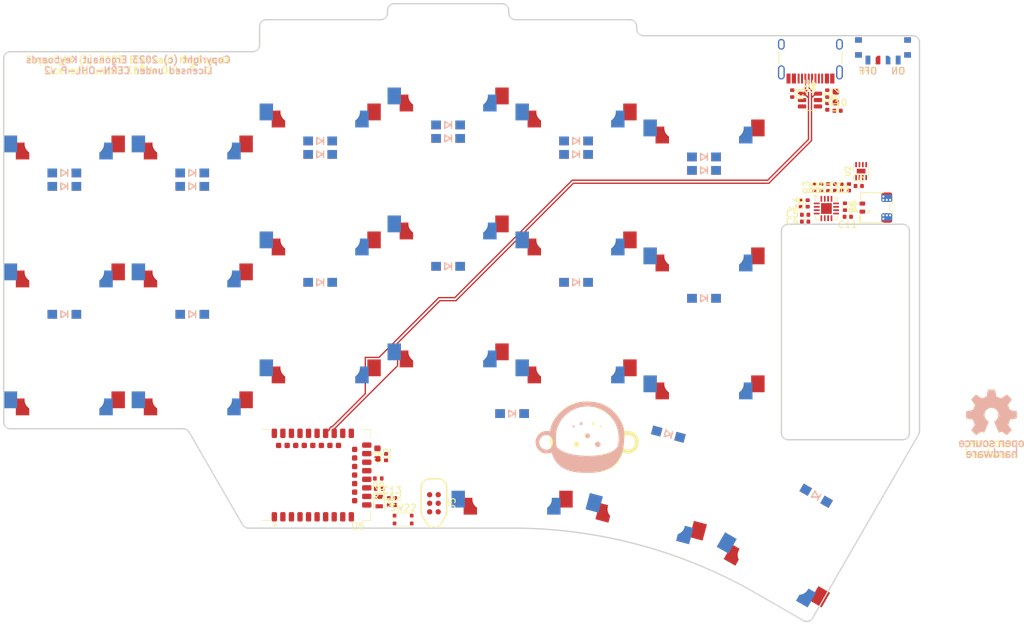
<source format=kicad_pcb>
(kicad_pcb (version 20240108) (generator "pcbnew") (generator_version "8.0")
  (layers (0 "F.Cu" signal) (31 "B.Cu" signal) (34 "B.Paste" user) (35 "F.Paste" user) (36 "B.SilkS" user "B.Silkscreen") (37 "F.SilkS" user "F.Silkscreen") (38 "B.Mask" user) (39 "F.Mask" user) (44 "Edge.Cuts" user))
  (net 0 "")
  (net 1 "R0")
  (net 2 "Net-(D1-A)")
  (net 3 "Net-(D2-A)")
  (net 4 "Net-(D3-A)")
  (net 5 "Net-(D4-A)")
  (net 6 "Net-(D5-A)")
  (net 7 "Net-(D6-A)")
  (net 8 "R1")
  (net 9 "Net-(D7-A)")
  (net 10 "Net-(D8-A)")
  (net 11 "Net-(D9-A)")
  (net 12 "Net-(D10-A)")
  (net 13 "Net-(D11-A)")
  (net 14 "Net-(D12-A)")
  (net 15 "R2")
  (net 16 "Net-(D13-A)")
  (net 17 "Net-(D14-A)")
  (net 18 "Net-(D15-A)")
  (net 19 "Net-(D16-A)")
  (net 20 "Net-(D17-A)")
  (net 21 "Net-(D18-A)")
  (net 22 "R3")
  (net 23 "Net-(D19-A)")
  (net 24 "Net-(D20-A)")
  (net 25 "Net-(D21-A)")
  (net 26 "Net-(J1-Pin_1)")
  (net 27 "B+")
  (net 29 "C0")
  (net 30 "C1")
  (net 31 "C2")
  (net 32 "C3")
  (net 33 "C4")
  (net 34 "C5")
  (net 35 "GND")
  (net 36 "+5V")
  (net 37 "+VSW")
  (net 38 "+BATT")
  (net 39 "VDD")
  (net 40 "Net-(U5-P0.00{slash}XL1)")
  (net 41 "Net-(U5-P0.01{slash}XL2)")
  (net 42 "VBUS")
  (net 43 "Net-(F1-Pad1)")
  (net 44 "D-")
  (net 47 "Net-(J3-CC1)")
  (net 48 "D+")
  (net 49 "Net-(J3-CC2)")
  (net 64 "SWDCLK")
  (net 65 "SWDIO")
  (net 67 "RST")
  (net 68 "DCCH")
  (net 70 "Net-(U3-TS)")
  (net 71 "/TMR")
  (net 72 "/ILIM")
  (net 73 "Net-(U3-ISET)")
  (net 74 "SDA")
  (net 75 "SCL")
  (net 76 "LED_B")
  (net 77 "LED_G")
  (net 78 "~{CHG}")
  (net 79 "ALERT")
  (net 88 "wk")
  (footprint "one:KS-27_KS-33_Hotswap_1U_DUAL" (layer "F.Cu") (at 192.153537 130.867912 -30)
    (property "Reference" "SW21")
    (property "Value" "SW_SPST" (hide yes))
  )
  (footprint "Package_DFN_QFN:VQFN-16-1EP_3x3mm_P0.5mm_EP1.6x1.6mm" (layer "F.Cu") (at 197.678 81.28047)
    (property "Reference" "U3")
    (property "Value" "BQ24075")
  )
  (footprint "Inductor_SMD:L_0603_1608Metric" (layer "F.Cu") (at 131.007 117.68897 -90)
    (property "Reference" "L2")
    (property "Value" "10 uH")
  )
  (footprint "Capacitor_SMD:C_0402_1005Metric" (layer "F.Cu") (at 199.976 78.14597 90)
    (property "Reference" "C2")
    (property "Value" "4u7")
  )
  (footprint "Capacitor_SMD:C_0402_1005Metric" (layer "F.Cu") (at 194.896 80.53097 90)
    (property "Reference" "C8")
    (property "Value" "1u")
  )
  (footprint "one:KS-27_KS-33_Hotswap_1U_DUAL" (layer "F.Cu") (at 122.5 81.24097)
    (property "Reference" "SW9")
    (property "Value" "SW_SPST" (hide yes))
  )
  (footprint "one:Hole_4.2mm" (layer "F.Cu") (at 94 95.49097)
    (property "Reference" "H2" (hide yes))
    (property "Value" "MountingHole" (hide yes))
  )
  (footprint "one:Hole_2.2mm" (layer "F.Cu") (at 191.5 80.11597)
    (property "Reference" "H6" (hide yes))
    (property "Value" "StandoffHole" (hide yes))
  )
  (footprint "Resistor_SMD:R_0402_1005Metric" (layer "F.Cu") (at 131.134 121.37197 180)
    (property "Reference" "R8")
    (property "Value" "10k")
  )
  (footprint "one:Hole_4.2mm" (layer "F.Cu") (at 94 76.49097)
    (property "Reference" "H1" (hide yes))
    (property "Value" "MountingHole" (hide yes))
  )
  (footprint "one:KS-27_KS-33_Hotswap_1U_DUAL" (layer "F.Cu") (at 172.135076 122.523186 -15)
    (property "Reference" "SW20")
    (property "Value" "SW_SPST" (hide yes))
  )
  (footprint "custom:DFN-8-1EP_2x2mm_P0.5mm_EP0.7x1.3mm" (layer "F.Cu") (at 202.832999 75.725472 90)
    (property "Reference" "U2")
    (property "Value" "MAX17048")
  )
  (footprint "Capacitor_SMD:C_0402_1005Metric" (layer "F.Cu") (at 133.166 124.29297)
    (property "Reference" "C13")
    (property "Value" "12p")
  )
  (footprint "Capacitor_SMD:C_0402_1005Metric" (layer "F.Cu") (at 133.166 125.30897)
    (property "Reference" "C12")
    (property "Value" "12p")
  )
  (footprint "Resistor_SMD:R_0402_1005Metric" (layer "F.Cu") (at 131.261 122.89597 180)
    (property "Reference" "R7")
    (property "Value" "10k")
  )
  (footprint "Capacitor_SMD:C_0402_1005Metric" (layer "F.Cu") (at 193.88 80.55897 90)
    (property "Reference" "C7")
    (property "Value" "4u7")
  )
  (footprint "one:KS-27_KS-33_Hotswap_1U_DUAL" (layer "F.Cu") (at 103.5 66.99097)
    (property "Reference" "SW2")
    (property "Value" "SW_SPST" (hide yes))
  )
  (footprint "one:Hole_4.2mm" (layer "F.Cu") (at 186.182152 116.463137)
    (property "Reference" "H4" (hide yes))
    (property "Value" "MountingHole" (hide yes))
  )
  (footprint "one:KS-27_KS-33_Hotswap_1U_DUAL" (layer "F.Cu") (at 84.5 85.99097)
    (property "Reference" "SW7")
    (property "Value" "SW_SPST" (hide yes))
  )
  (footprint "Resistor_SMD:R_0402_1005Metric" (layer "F.Cu") (at 200.4315 81.01447 -90)
    (property "Reference" "R5")
    (property "Value" "1k5")
  )
  (footprint "PCM_marbastlib-various:SW_T1A2QR" (layer "F.Cu") (at 134.817 127.46797)
    (property "Reference" "SW22")
    (property "Value" "RST")
  )
  (footprint "one:KS-27_KS-33_Hotswap_1U_DUAL" (layer "F.Cu") (at 160.5 62.24097)
    (property "Reference" "SW5")
    (property "Value" "SW_SPST" (hide yes))
  )
  (footprint "Inductor_SMD:L_0402_1005Metric" (layer "F.Cu") (at 197.809 66.12697 -90)
    (property "Reference" "L1")
    (property "Value" "BLM15PX121SN1D")
  )
  (footprint "one:KS-27_KS-33_Hotswap_1U_DUAL" (layer "F.Cu") (at 122.5 100.24097)
    (property "Reference" "SW15")
    (property "Value" "SW_SPST" (hide yes))
  )
  (footprint "one:KS-27_KS-33_Hotswap_1U_DUAL" (layer "F.Cu") (at 179.5 83.61597)
    (property "Reference" "SW12")
    (property "Value" "SW_SPST" (hide yes))
  )
  (footprint "PCM_marbastlib-various:SOT-23-6-routable" (layer "F.Cu") (at 195.237 65.17197)
    (property "Reference" "U4")
    (property "Value" "SRV05-4")
  )
  (footprint "one:Hole_2.2mm" (layer "F.Cu") (at 203.89201 123.788716)
    (property "Reference" "H8" (hide yes))
    (property "Value" "StandoffHole" (hide yes))
  )
  (footprint "Resistor_SMD:R_0402_1005Metric" (layer "F.Cu") (at 197.944001 78.14397 90)
    (property "Reference" "R4")
    (property "Value" "47k")
  )
  (footprint "one:KS-27_KS-33_Hotswap_1U_DUAL" (layer "F.Cu") (at 179.5 64.61597)
    (property "Reference" "SW6")
    (property "Value" "SW_SPST" (hide yes))
  )
  (footprint "one:KS-27_KS-33_Hotswap_1U_DUAL" (layer "F.Cu") (at 160.5 100.24097)
    (property "Reference" "SW17")
    (property "Value" "SW_SPST" (hide yes))
  )
  (footprint "Capacitor_SMD:C_0402_1005Metric" (layer "F.Cu") (at 132.277 118.19697 90)
    (property "Reference" "C9")
    (property "Value" "1u")
  )
  (footprint "Capacitor_SMD:C_0402_1005Metric" (layer "F.Cu") (at 194.515 83.22597)
    (property "Reference" "C4")
    (property "Value" "4u7")
  )
  (footprint "Resistor_SMD:R_0402_1005Metric" (layer "F.Cu") (at 196.928001 78.14397 90)
    (property "Reference" "R6")
    (property "Value" "2k2")
  )
  (footprint "one:KS-27_KS-33_Hotswap_1U_DUAL" (layer "F.Cu") (at 160.5 81.24097)
    (property "Reference" "SW11")
    (property "Value" "SW_SPST" (hide yes))
  )
  (footprint "PCM_marbastlib-various:CON_TC2030_outlined" (layer "F.Cu") (at 139.389 125.05497 90)
    (property "Reference" "J5")
    (property "Value" "TC2030_SWD" (hide yes))
  )
  (footprint "one:OSHW-logo" (layer "F.Cu") (at 222.193 113.24397)
    (property "Reference" "G***" (hide yes))
    (property "Value" "LOGO" (hide yes))
  )
  (footprint "one:KS-27_KS-33_Hotswap_1U_DUAL" (layer "F.Cu") (at 122.5 62.24097)
    (property "Reference" "SW3")
    (property "Value" "SW_SPST" (hide yes))
  )
  (footprint "Crystal:Crystal_SMD_2012-2Pin_2.0x1.2mm" (layer "F.Cu") (at 131.261 124.80097 -90)
    (property "Reference" "Y1")
    (property "Value" "32.768 KHz")
  )
  (footprint "one:KS-27_KS-33_Hotswap_1U_DUAL" (layer "F.Cu") (at 179.5 102.61597)
    (property "Reference" "SW18")
    (property "Value" "SW_SPST" (hide yes))
  )
  (footprint "one:KS-27_KS-33_Hotswap_1U_DUAL" (layer "F.Cu") (at 103.5 85.99097)
    (property "Reference" "SW8")
    (property "Value" "SW_SPST" (hide yes))
  )
  (footprint "one:en_logo" (layer "F.Cu") (at 162.153537 115)
    (property "Reference" "G***" (hide yes))
    (property "Value" "LOGO" (hide yes))
  )
  (footprint "one:KS-27_KS-33_Hotswap_1U_DUAL" (layer "F.Cu") (at 141.5 59.86597)
    (property "Reference" "SW4")
    (property "Value" "SW_SPST" (hide yes))
  )
  (footprint "PCM_marbastlib-various:USB_C_Receptacle_HRO_TYPE-C-31-M-12" (layer "F.Cu") (at 195.3 57.93897 180)
    (property "Reference" "J3")
    (property "Value" "TYPE-C-31-M-12")
  )
  (footprint "one:KS-27_KS-33_Hotswap_1U_DUAL" (layer "F.Cu") (at 151 119.7407)
    (property "Reference" "SW19")
    (property "Value" "SW_SPST" (hide yes))
  )
  (footprint "one:KS-27_KS-33_Hotswap_1U_DUAL" (layer "F.Cu") (at 84.5 66.99097)
    (property "Reference" "SW1")
    (property "Value" "SW_SPST" (hide yes))
  )
  (footprint "one:KS-27_KS-33_Hotswap_1U_DUAL" (layer "F.Cu") (at 141.5 97.86597)
    (property "Reference" "SW16")
    (property "Value" "SW_SPST" (hide yes))
  )
  (footprint "one:Hole_2.2mm" (layer "F.Cu") (at 209.5 80.11597)
    (property "Reference" "H7" (hide yes))
    (property "Value" "StandoffHole" (hide yes))
  )
  (footprint "Capacitor_SMD:C_0402_1005Metric" (layer "F.Cu") (at 200.857 82.50997 180)
    (property "Reference" "C11")
    (property "Value" "4u7")
  )
  (footprint "PCM_marbastlib-various:nRF52840_E73-2G4M08S1C" (layer "F.Cu") (at 120.72 120.86397 90)
    (property "Reference" "U5")
    (property "Value" "nRF52840_E73-2G4M08S1C" (hide yes))
  )
  (footprint "Resistor_SMD:R_0402_1005Metric" (layer "F.Cu") (at 197.809 64.22197 -90)
    (property "Reference" "R2")
    (property "Value" "5k1")
  )
  (footprint "Capacitor_SMD:C_0402_1005Metric" (layer "F.Cu") (at 198.96 78.145971 90)
    (property "Reference" "C1")
    (property "Value" "4u7")
  )
  (footprint "one:KS-27_KS-33_Hotswap_1U_DUAL" (layer "F.Cu") (at 103.5 104.99097)
    (property "Reference" "SW14")
    (property "Value" "SW_SPST" (hide yes))
  )
  (footprint "one:Hole_4.2mm" (layer "F.Cu") (at 170 72.92847)
    (property "Reference" "H3" (hide yes))
    (property "Value" "MountingHole" (hide yes))
  )
  (footprint "Capacitor_SMD:C_0402_1005Metric" (layer "F.Cu") (at 194.515 82.20997)
    (property "Reference" "C5")
    (property "Value" "1u")
  )
  (footprint "one:KS-27_KS-33_Hotswap_1U_DUAL" (layer "F.Cu") (at 84.5 104.99097)
    (property "Reference" "SW13")
    (property "Value" "SW_SPST" (hide yes))
  )
  (footprint "Resistor_SMD:R_0402_1005Metric" (layer "F.Cu") (at 192.602001 64.21997 -90)
    (property "Reference" "R1")
    (property "Value" "5k1")
  )
  (footprint "Fuse:Fuse_0603_1608Metric" (layer "F.Cu") (at 199.079 64.72997 90)
    (property "Reference" "F1")
    (property "Value" "500mA")
  )
  (footprint "one:KS-27_KS-33_Hotswap_1U_DUAL" (layer "F.Cu") (at 141.5 78.86597)
    (property "Reference" "SW10")
    (property "Value" "SW_SPST" (hide yes))
  )
  (footprint "Capacitor_SMD:C_0402_1005Metric" (layer "F.Cu") (at 199.333 66.76197)
    (property "Reference" "C10")
    (property "Value" "4u7")
  )
  (footprint "Capacitor_SMD:C_0402_1005Metric" (layer "F.Cu") (at 202.48 77.93797)
    (property "Reference" "C6")
    (property "Value" "100n")
  )
  (footprint "Capacitor_SMD:C_0402_1005Metric" (layer "F.Cu") (at 201.021501 78.13497 90)
    (property "Reference" "C3")
    (property "Value" "1u")
  )
  (footprint "PCM_marbastlib-various:Molex_Pico-EZmate_78171-0002_1x02-1MP_P1.20mm_Vertical" (layer "F.Cu") (at 204.890998 81.147971 90)
    (property "Reference" "J4")
    (property "Value" "78171-0002")
  )
  (footprint "Resistor_SMD:R_0402_1005Metric" (layer "F.Cu") (at 195.912 78.14597 90)
    (property "Reference" "R3")
    (property "Value" "10k")
  )
  (footprint "one:Diode_TH_SMD_DUAL" (layer "B.Cu") (at 174.205628 114.795779 165)
    (property "Reference" "D20" (hide yes))
    (property "Value" "D_Small" (hide yes))
  )
  (footprint "one:Diode_TH_SMD_DUAL" (layer "B.Cu") (at 179.5 94.61597 180)
    (property "Reference" "D18" (hide yes))
    (property "Value" "D_Small" (hide yes))
  )
  (footprint "one:Diode_TH_SMD_DUAL" (layer "B.Cu") (at 196.153537 123.939709 150)
    (property "Reference" "D21" (hide yes))
    (property "Value" "D_Small" (hide yes))
  )
  (footprint "one:Diode_TH_SMD_DUAL" (layer "B.Cu") (at 151 111.7407 180)
    (property "Reference" "D19" (hide yes))
    (property "Value" "D_Small" (hide yes))
  )
  (footprint "one:Diode_TH_SMD_DUAL" (layer "B.Cu") (at 103.5 75.99097 180)
    (property "Reference" "D2" (hide yes))
    (property "Value" "D_Small" (hide yes))
  )
  (footprint "one:Diode_TH_SMD_DUAL" (layer "B.Cu") (at 103.5 77.99097 180)
    (property "Reference" "D8" (hide yes))
    (property "Value" "D_Small" (hide yes))
  )
  (footprint "one:Diode_TH_SMD_DUAL" (layer "B.Cu") (at 160.5 92.24097 180)
    (property "Reference" "D17" (hide yes))
    (property "Value" "D_Small" (hide yes))
  )
  (footprint "one:Diode_TH_SMD_DUAL" (layer "B.Cu") (at 179.5 73.61597 180)
    (property "Reference" "D6" (hide yes))
    (property "Value" "D_Small" (hide yes))
  )
  (footprint "one:Diode_TH_SMD_DUAL" (layer "B.Cu") (at 84.5 77.99097 180)
    (property "Reference" "D7" (hide yes))
    (property "Value" "D_Small" (hide yes))
  )
  (footprint "one:Diode_TH_SMD_DUAL" (layer "B.Cu") (at 179.5 75.61597 180)
    (property "Reference" "D12" (hide yes))
    (property "Value" "D_Small" (hide yes))
  )
  (footprint "one:Diode_TH_SMD_DUAL" (layer "B.Cu") (at 141.5 68.86597 180)
    (property "Reference" "D4" (hide yes))
    (property "Value" "D_Small" (hide yes))
  )
  (footprint "one:Diode_TH_SMD_DUAL" (layer "B.Cu") (at 141.5 70.86597 180)
    (property "Reference" "D10" (hide yes))
    (property "Value" "D_Small" (hide yes))
  )
  (footprint "one:Diode_TH_SMD_DUAL" (layer "B.Cu") (at 160.5 71.24097 180)
    (property "Reference" "D5" (hide yes))
    (property "Value" "D_Small" (hide yes))
  )
  (footprint "one:Diode_TH_SMD_DUAL" (layer "B.Cu") (at 122.5 71.24097 180)
    (property "Reference" "D3" (hide yes))
    (property "Value" "D_Small" (hide yes))
  )
  (footprint "one:Diode_TH_SMD_DUAL" (layer "B.Cu") (at 141.5 89.86597 180)
    (property "Reference" "D16" (hide yes))
    (property "Value" "D_Small" (hide yes))
  )
  (footprint "one:Diode_TH_SMD_DUAL" (layer "B.Cu") (at 84.5 96.99097 180)
    (property "Reference" "D13" (hide yes))
    (property "Value" "D_Small" (hide yes))
  )
  (footprint "one:OSHW-logo" (layer "B.Cu") (at 222.193 113.24397 180)
    (property "Reference" "G***" (hide yes))
    (property "Value" "LOGO" (hide yes))
  )
  (footprint "one:Diode_TH_SMD_DUAL" (layer "B.Cu") (at 160.5 73.24097 180)
    (property "Reference" "D11" (hide yes))
    (property "Value" "D_Small" (hide yes))
  )
  (footprint "one:MSK-12C02_DUAL" (layer "B.Cu") (at 206.088 56.09397 180)
    (property "Reference" "PWR1" (hide yes))
    (property "Value" "SW_SPDT" (hide yes))
  )
  (footprint "one:Diode_TH_SMD_DUAL" (layer "B.Cu") (at 122.5 73.24097 180)
    (property "Reference" "D9" (hide yes))
    (property "Value" "D_Small" (hide yes))
  )
  (footprint "one:Diode_TH_SMD_DUAL" (layer "B.Cu") (at 84.5 75.99097 180)
    (property "Reference" "D1" (hide yes))
    (property "Value" "D_Small" (hide yes))
  )
  (footprint "one:Diode_TH_SMD_DUAL" (layer "B.Cu") (at 122.5 92.24097 180)
    (property "Reference" "D15" (hide yes))
    (property "Value" "D_Small" (hide yes))
  )
  (footprint "one:Diode_TH_SMD_DUAL" (layer "B.Cu") (at 103.5 96.99097 180)
    (property "Reference" "D14" (hide yes))
    (property "Value" "D_Small" (hide yes))
  )
  (gr_arc (start 113.5 54.240978) (mid 113.79289 53.533866) (end 114.5 53.240978) (stroke (width 0.2)) (layer "Edge.Cuts"))
  (gr_arc (start 191 84.61597) (mid 191.292893 83.908864) (end 192 83.61597) (stroke (width 0.2)) (layer "Edge.Cuts"))
  (gr_arc (start 210.5 55.615978) (mid 211.207104 55.908872) (end 211.5 56.615978) (stroke (width 0.2)) (layer "Edge.Cuts"))
  (gr_arc (start 102.168769 113.990978) (mid 102.668772 114.124946) (end 103.034795 114.490978) (stroke (width 0.2)) (layer "Edge.Cuts"))
  (gr_line (start 102.168769 113.990978) (end 76.5 113.990978) (stroke (width 0.2)) (layer "Edge.Cuts"))
  (gr_arc (start 151 128.740708) (mid 169.805705 131.216526) (end 187.329832 138.475257) (stroke (width 0.2)) (layer "Edge.Cuts"))
  (gr_line (start 210 84.61597) (end 210 114.61597) (stroke (width 0.2)) (layer "Edge.Cuts"))
  (gr_line (start 192 83.61597) (end 209 83.615972) (stroke (width 0.2)) (layer "Edge.Cuts"))
  (gr_arc (start 132.5 51.865978) (mid 132.79289 51.158866) (end 133.5 50.865978) (stroke (width 0.2)) (layer "Edge.Cuts"))
  (gr_line (start 211.5 56.615978) (end 211.5 114.343349) (stroke (width 0.2)) (layer "Edge.Cuts"))
  (gr_line (start 151.5 53.240978) (end 168.5 53.240978) (stroke (width 0.2)) (layer "Edge.Cuts"))
  (gr_arc (start 195.624061 142.109232) (mid 195.016852 142.575199) (end 194.258035 142.475257) (stroke (width 0.2)) (layer "Edge.Cuts"))
  (gr_arc (start 192 115.615968) (mid 191.292894 115.323074) (end 191 114.615968) (stroke (width 0.2)) (layer "Edge.Cuts"))
  (gr_line (start 110.973205 128.240708) (end 103.034795 114.490978) (stroke (width 0.2)) (layer "Edge.Cuts"))
  (gr_line (start 194.258035 142.475257) (end 187.329832 138.475257) (stroke (width 0.2)) (layer "Edge.Cuts"))
  (gr_line (start 114.5 53.240978) (end 131.5 53.240978) (stroke (width 0.2)) (layer "Edge.Cuts"))
  (gr_line (start 170.5 55.615978) (end 210.5 55.615978) (stroke (width 0.2)) (layer "Edge.Cuts"))
  (gr_arc (start 170.5 55.615978) (mid 169.79289 55.323085) (end 169.5 54.615978) (stroke (width 0.2)) (layer "Edge.Cuts"))
  (gr_arc (start 75.5 58.990978) (mid 75.79289 58.283866) (end 76.5 57.990978) (stroke (width 0.2)) (layer "Edge.Cuts"))
  (gr_arc (start 209 83.615972) (mid 209.707106 83.908866) (end 210 84.615972) (stroke (width 0.2)) (layer "Edge.Cuts"))
  (gr_line (start 169.5 54.240978) (end 169.5 54.615978) (stroke (width 0.2)) (layer "Edge.Cuts"))
  (gr_line (start 211.366025 114.843349) (end 195.624061 142.109232) (stroke (width 0.2)) (layer "Edge.Cuts"))
  (gr_line (start 132.5 52.240978) (end 132.5 51.865978) (stroke (width 0.2)) (layer "Edge.Cuts"))
  (gr_arc (start 151.5 53.240978) (mid 150.79289 52.948085) (end 150.5 52.240978) (stroke (width 0.2)) (layer "Edge.Cuts"))
  (gr_line (start 191 114.615968) (end 191 84.61597) (stroke (width 0.2)) (layer "Edge.Cuts"))
  (gr_line (start 75.5 112.990978) (end 75.5 58.990978) (stroke (width 0.2)) (layer "Edge.Cuts"))
  (gr_arc (start 111.83923 128.740708) (mid 111.339233 128.606735) (end 110.973205 128.240708) (stroke (width 0.2)) (layer "Edge.Cuts"))
  (gr_line (start 133.5 50.865978) (end 149.5 50.865978) (stroke (width 0.2)) (layer "Edge.Cuts"))
  (gr_line (start 209 115.61597) (end 192 115.615968) (stroke (width 0.2)) (layer "Edge.Cuts"))
  (gr_arc (start 113.5 56.990978) (mid 113.207104 57.69808) (end 112.5 57.990978) (stroke (width 0.2)) (layer "Edge.Cuts"))
  (gr_arc (start 168.5 53.240978) (mid 169.207104 53.533872) (end 169.5 54.240978) (stroke (width 0.2)) (layer "Edge.Cuts"))
  (gr_arc (start 149.5 50.865978) (mid 150.207104 51.158872) (end 150.5 51.865978) (stroke (width 0.2)) (layer "Edge.Cuts"))
  (gr_arc (start 76.5 113.990978) (mid 75.792894 113.698085) (end 75.5 112.990978) (stroke (width 0.2)) (layer "Edge.Cuts"))
  (gr_line (start 76.5 57.990978) (end 112.5 57.990978) (stroke (width 0.2)) (layer "Edge.Cuts"))
  (gr_line (start 151 128.740708) (end 111.83923 128.740708) (stroke (width 0.2)) (layer "Edge.Cuts"))
  (gr_arc (start 132.5 52.240978) (mid 132.207104 52.94808) (end 131.5 53.240978) (stroke (width 0.2)) (layer "Edge.Cuts"))
  (gr_line (start 150.5 51.865978) (end 150.5 52.240978) (stroke (width 0.2)) (layer "Edge.Cuts"))
  (gr_line (start 113.5 56.990978) (end 113.5 54.240978) (stroke (width 0.2)) (layer "Edge.Cuts"))
  (gr_arc (start 211.5 114.343349) (mid 211.465931 114.60217) (end 211.366025 114.843349) (stroke (width 0.2)) (layer "Edge.Cuts"))
  (gr_arc (start 209.999998 114.61597) (mid 209.707104 115.323076) (end 208.999998 115.61597) (stroke (width 0.2)) (layer "Edge.Cuts"))
  (gr_text "Copyright (c) 2023 Ergonaut Keyboards\nLicensed under CERN-OHL-P v2" (at 94 59.99097 0) (layer "B.SilkS") (effects (font (size 1 1) (thickness 0.2) (bold yes)) (justify mirror)))
  (gr_text "Copyright (c) 2023 Ergonaut Keyboards\nLicensed under CERN-OHL-P v2" (at 94 59.99097 0) (layer "F.SilkS") (effects (font (size 1 1) (thickness 0.2) (bold yes))))
  (segment (start 196.097 64.22197) (end 195.462 64.85697) (width 0.2) (layer "F.Cu") (net 44))
  (segment (start 134 101.264751) (end 140.298781 94.96597) (width 0.2) (layer "F.Cu") (net 44))
  (segment (start 134 104.610367) (end 134 101.264751) (width 0.2) (layer "F.Cu") (net 44))
  (segment (start 195.025003 62.00897) (end 195.025003 63.332963) (width 0.2) (layer "F.Cu") (net 44))
  (segment (start 189.1392 77.52797) (end 195.462 71.20517) (width 0.2) (layer "F.Cu") (net 44))
  (segment (start 124.580002 114.663968) (end 124.580002 114.030365) (width 0.2) (layer "F.Cu") (net 44))
  (segment (start 195.05 61.983973) (end 195.025003 62.00897) (width 0.2) (layer "F.Cu") (net 44))
  (segment (start 195.462 63.76996) (end 195.025003 63.332963) (width 0.2) (layer "F.Cu") (net 44))
  (segment (start 124.580002 114.030365) (end 134 104.610367) (width 0.2) (layer "F.Cu") (net 44))
  (segment (start 195.462 64.85697) (end 195.462 63.76996) (width 0.2) (layer "F.Cu") (net 44))
  (segment (start 195.462 71.20517) (end 195.462 64.85697) (width 0.2) (layer "F.Cu") (net 44))
  (segment (start 160.111781 77.52797) (end 189.1392 77.52797) (width 0.2) (layer "F.Cu") (net 44))
  (segment (start 142.673781 94.96597) (end 160.111781 77.52797) (width 0.2) (layer "F.Cu") (net 44))
  (segment (start 140.298781 94.96597) (end 142.673781 94.96597) (width 0.2) (layer "F.Cu") (net 44))
  (segment (start 196.412 64.22197) (end 196.097 64.22197) (width 0.2) (layer "F.Cu") (net 44))
  (segment (start 195.025003 63.332963) (end 195.024996 63.33297) (width 0.2) (layer "F.Cu") (net 44))
  (segment (start 195.05 61.983973) (end 195.074998 62.008971) (width 0.2) (layer "F.Cu") (net 44))
  (segment (start 194.062 64.22197) (end 194.377 64.22197) (width 0.2) (layer "F.Cu") (net 48))
  (segment (start 123.880002 114.093968) (end 123.880002 113.95132) (width 0.2) (layer "F.Cu") (net 48))
  (segment (start 194.575001 62.00897) (end 194.575001 63.332965) (width 0.2) (layer "F.Cu") (net 48))
  (segment (start 194.574996 63.623934) (end 194.574996 63.33297) (width 0.2) (layer "F.Cu") (net 48))
  (segment (start 159.112393 77.89099) (end 159.12098 77.89099) (width 0.2) (layer "F.Cu") (net 48))
  (segment (start 124.310002 113.663968) (end 129.2 108.77397) (width 0.2) (layer "F.Cu") (net 48))
  (segment (start 131.237413 103.39097) (end 140.112393 94.51599) (width 0.2) (layer "F.Cu") (net 48))
  (segment (start 123.880002 113.95132) (end 124.167354 113.663968) (width 0.2) (layer "F.Cu") (net 48))
  (segment (start 123.309999 114.663971) (end 123.880002 114.093968) (width 0.2) (layer "F.Cu") (net 48))
  (segment (start 129.2 108.77397) (end 129.2 103.39097) (width 0.2) (layer "F.Cu") (net 48))
  (segment (start 142.487393 94.51599) (end 159.112393 77.89099) (width 0.2) (layer "F.Cu") (net 48))
  (segment (start 124.167354 113.663968) (end 124.310002 113.663968) (width 0.2) (layer "F.Cu") (net 48))
  (segment (start 129.2 103.39097) (end 131.237413 103.39097) (width 0.2) (layer "F.Cu") (net 48))
  (segment (start 159.934 77.07797) (end 188.9528 77.07797) (width 0.2) (layer "F.Cu") (net 48))
  (segment (start 194.550002 61.983971) (end 194.575001 62.00897) (width 0.2) (layer "F.Cu") (net 48))
  (segment (start 195.549998 61.983972) (end 195.524999 62.008971) (width 0.2) (layer "F.Cu") (net 48))
  (segment (start 194.575001 63.332965) (end 194.574996 63.33297) (width 0.2) (layer "F.Cu") (net 48))
  (segment (start 188.9528 77.07797) (end 195.012 71.01877) (width 0.2) (layer "F.Cu") (net 48))
  (segment (start 195.012 64.85697) (end 195.012 64.060938) (width 0.2) (layer "F.Cu") (net 48))
  (segment (start 140.112393 94.51599) (end 142.487393 94.51599) (width 0.2) (layer "F.Cu") (net 48))
  (segment (start 195.012 71.01877) (end 195.012 64.85697) (width 0.2) (layer "F.Cu") (net 48))
  (segment (start 159.12098 77.89099) (end 159.934 77.07797) (width 0.2) (layer "F.Cu") (net 48))
  (segment (start 195.012 64.060938) (end 194.574996 63.623934) (width 0.2) (layer "F.Cu") (net 48))
  (segment (start 194.377 64.22197) (end 195.012 64.85697) (width 0.2) (layer "F.Cu") (net 48))
)
</source>
